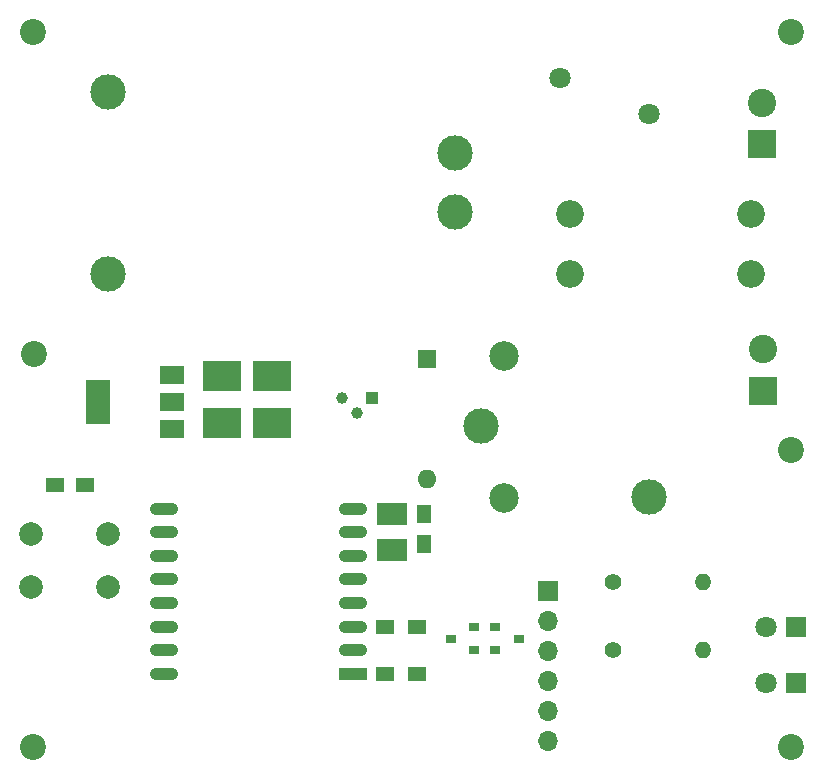
<source format=gts>
G04 #@! TF.GenerationSoftware,KiCad,Pcbnew,(2017-11-08 revision cd21218)-HEAD*
G04 #@! TF.CreationDate,2018-02-21T13:46:00+02:00*
G04 #@! TF.ProjectId,heater_actuator_node,6865617465725F6163747561746F725F,rev?*
G04 #@! TF.SameCoordinates,Original*
G04 #@! TF.FileFunction,Soldermask,Top*
G04 #@! TF.FilePolarity,Negative*
%FSLAX46Y46*%
G04 Gerber Fmt 4.6, Leading zero omitted, Abs format (unit mm)*
G04 Created by KiCad (PCBNEW (2017-11-08 revision cd21218)-HEAD) date Wed Feb 21 13:46:00 2018*
%MOMM*%
%LPD*%
G01*
G04 APERTURE LIST*
%ADD10C,2.200000*%
%ADD11C,1.400000*%
%ADD12O,1.400000X1.400000*%
%ADD13R,1.500000X1.250000*%
%ADD14R,1.250000X1.500000*%
%ADD15R,3.200000X2.500000*%
%ADD16O,1.600000X1.600000*%
%ADD17R,1.600000X1.600000*%
%ADD18C,1.800000*%
%ADD19R,1.800000X1.800000*%
%ADD20C,2.349500*%
%ADD21R,1.000000X1.000000*%
%ADD22C,1.000000*%
%ADD23R,1.500000X1.300000*%
%ADD24C,2.500000*%
%ADD25C,3.000000*%
%ADD26R,2.000000X1.500000*%
%ADD27R,2.000000X3.800000*%
%ADD28C,2.400000*%
%ADD29R,2.400000X2.400000*%
%ADD30R,2.500000X1.950000*%
%ADD31R,1.700000X1.700000*%
%ADD32O,1.700000X1.700000*%
%ADD33R,0.900000X0.800000*%
%ADD34C,2.000000*%
%ADD35O,2.400000X1.100000*%
%ADD36R,2.400000X1.100000*%
G04 APERTURE END LIST*
D10*
X117650000Y-59875000D03*
X181800000Y-59925000D03*
X181800000Y-95275000D03*
X181800000Y-120475000D03*
X117750000Y-87175000D03*
X117650000Y-120475000D03*
D11*
X166750000Y-106500000D03*
D12*
X174370000Y-106500000D03*
D11*
X166750000Y-112250000D03*
D12*
X174370000Y-112250000D03*
D13*
X122000000Y-98250000D03*
X119500000Y-98250000D03*
D14*
X150750000Y-100750000D03*
X150750000Y-103250000D03*
D15*
X133600000Y-93000000D03*
X137900000Y-93000000D03*
D16*
X150950000Y-97775000D03*
D17*
X150950000Y-87615000D03*
D18*
X179710000Y-115000000D03*
D19*
X182250000Y-115000000D03*
X182250000Y-110250000D03*
D18*
X179710000Y-110250000D03*
D20*
X163089360Y-80415000D03*
X163089360Y-75335000D03*
X178410640Y-80415000D03*
X178410640Y-75335000D03*
D21*
X146350000Y-90875000D03*
D22*
X143810000Y-90875000D03*
X145080000Y-92145000D03*
D23*
X150100000Y-110250000D03*
X147400000Y-110250000D03*
X150100000Y-114250000D03*
X147400000Y-114250000D03*
D24*
X157500000Y-99325000D03*
X157500000Y-87325000D03*
D25*
X155550000Y-93275000D03*
X169750000Y-99275000D03*
D26*
X129400000Y-93550000D03*
X129400000Y-88950000D03*
X129400000Y-91250000D03*
D27*
X123100000Y-91250000D03*
D25*
X153350000Y-75175000D03*
X153350000Y-70175000D03*
X123950000Y-80375000D03*
X123950000Y-64975000D03*
D18*
X162250000Y-63775000D03*
X169750000Y-66875000D03*
D28*
X179450000Y-86775000D03*
D29*
X179450000Y-90275000D03*
X179350000Y-69375000D03*
D28*
X179350000Y-65875000D03*
D15*
X133600000Y-89000000D03*
X137900000Y-89000000D03*
D30*
X148000000Y-100725000D03*
X148000000Y-103775000D03*
D31*
X161250000Y-107250000D03*
D32*
X161250000Y-109790000D03*
X161250000Y-112330000D03*
X161250000Y-114870000D03*
X161250000Y-117410000D03*
X161250000Y-119950000D03*
D33*
X155000000Y-112200000D03*
X155000000Y-110300000D03*
X153000000Y-111250000D03*
X156750000Y-110300000D03*
X156750000Y-112200000D03*
X158750000Y-111250000D03*
D34*
X117500000Y-106875000D03*
X117500000Y-102375000D03*
X124000000Y-106875000D03*
X124000000Y-102375000D03*
D35*
X128750000Y-114250000D03*
X128750000Y-112250000D03*
X128750000Y-110250000D03*
X128750000Y-108250000D03*
X128750000Y-106250000D03*
X128750000Y-104250000D03*
X128750000Y-102250000D03*
X128750000Y-100250000D03*
X144750000Y-100250000D03*
X144750000Y-102250000D03*
X144750000Y-104250000D03*
X144750000Y-106250000D03*
X144750000Y-108250000D03*
X144750000Y-110250000D03*
X144750000Y-112250000D03*
D36*
X144750000Y-114250000D03*
M02*

</source>
